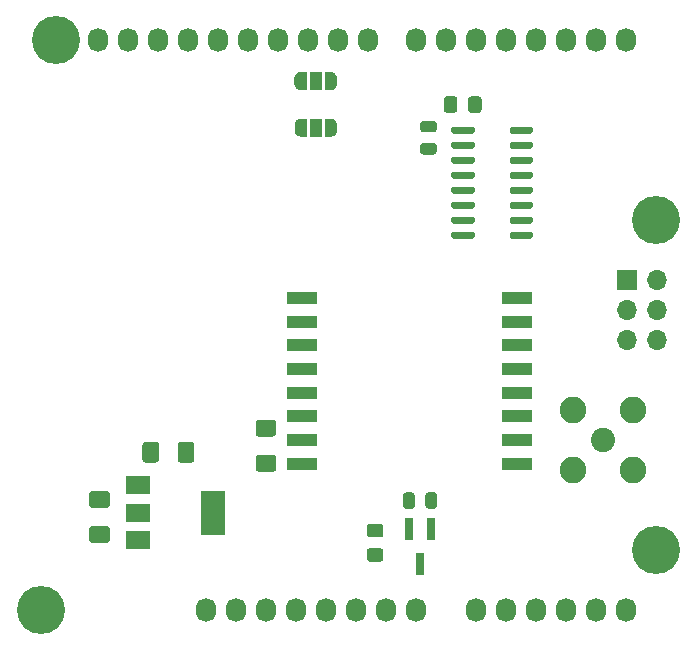
<source format=gts>
G04 #@! TF.GenerationSoftware,KiCad,Pcbnew,5.1.6-c6e7f7d~87~ubuntu18.04.1*
G04 #@! TF.CreationDate,2020-08-10T00:51:21+02:00*
G04 #@! TF.ProjectId,MyGateway,4d794761-7465-4776-9179-2e6b69636164,rev?*
G04 #@! TF.SameCoordinates,Original*
G04 #@! TF.FileFunction,Soldermask,Top*
G04 #@! TF.FilePolarity,Negative*
%FSLAX46Y46*%
G04 Gerber Fmt 4.6, Leading zero omitted, Abs format (unit mm)*
G04 Created by KiCad (PCBNEW 5.1.6-c6e7f7d~87~ubuntu18.04.1) date 2020-08-10 00:51:21*
%MOMM*%
%LPD*%
G01*
G04 APERTURE LIST*
%ADD10R,2.500000X1.000000*%
%ADD11R,0.800000X1.900000*%
%ADD12R,2.000000X1.500000*%
%ADD13R,2.000000X3.800000*%
%ADD14C,2.050000*%
%ADD15C,2.250000*%
%ADD16O,1.727200X2.032000*%
%ADD17C,4.064000*%
%ADD18R,1.700000X1.700000*%
%ADD19O,1.700000X1.700000*%
%ADD20C,0.100000*%
%ADD21R,1.000000X1.500000*%
G04 APERTURE END LIST*
G36*
G01*
X157351750Y-84335000D02*
X158264250Y-84335000D01*
G75*
G02*
X158508000Y-84578750I0J-243750D01*
G01*
X158508000Y-85066250D01*
G75*
G02*
X158264250Y-85310000I-243750J0D01*
G01*
X157351750Y-85310000D01*
G75*
G02*
X157108000Y-85066250I0J243750D01*
G01*
X157108000Y-84578750D01*
G75*
G02*
X157351750Y-84335000I243750J0D01*
G01*
G37*
G36*
G01*
X157351750Y-82460000D02*
X158264250Y-82460000D01*
G75*
G02*
X158508000Y-82703750I0J-243750D01*
G01*
X158508000Y-83191250D01*
G75*
G02*
X158264250Y-83435000I-243750J0D01*
G01*
X157351750Y-83435000D01*
G75*
G02*
X157108000Y-83191250I0J243750D01*
G01*
X157108000Y-82703750D01*
G75*
G02*
X157351750Y-82460000I243750J0D01*
G01*
G37*
G36*
G01*
X161158000Y-81525001D02*
X161158000Y-80624999D01*
G75*
G02*
X161407999Y-80375000I249999J0D01*
G01*
X162058001Y-80375000D01*
G75*
G02*
X162308000Y-80624999I0J-249999D01*
G01*
X162308000Y-81525001D01*
G75*
G02*
X162058001Y-81775000I-249999J0D01*
G01*
X161407999Y-81775000D01*
G75*
G02*
X161158000Y-81525001I0J249999D01*
G01*
G37*
G36*
G01*
X159108000Y-81525001D02*
X159108000Y-80624999D01*
G75*
G02*
X159357999Y-80375000I249999J0D01*
G01*
X160008001Y-80375000D01*
G75*
G02*
X160258000Y-80624999I0J-249999D01*
G01*
X160258000Y-81525001D01*
G75*
G02*
X160008001Y-81775000I-249999J0D01*
G01*
X159357999Y-81775000D01*
G75*
G02*
X159108000Y-81525001I0J249999D01*
G01*
G37*
G36*
G01*
X144673000Y-109180000D02*
X143423000Y-109180000D01*
G75*
G02*
X143173000Y-108930000I0J250000D01*
G01*
X143173000Y-108005000D01*
G75*
G02*
X143423000Y-107755000I250000J0D01*
G01*
X144673000Y-107755000D01*
G75*
G02*
X144923000Y-108005000I0J-250000D01*
G01*
X144923000Y-108930000D01*
G75*
G02*
X144673000Y-109180000I-250000J0D01*
G01*
G37*
G36*
G01*
X144673000Y-112155000D02*
X143423000Y-112155000D01*
G75*
G02*
X143173000Y-111905000I0J250000D01*
G01*
X143173000Y-110980000D01*
G75*
G02*
X143423000Y-110730000I250000J0D01*
G01*
X144673000Y-110730000D01*
G75*
G02*
X144923000Y-110980000I0J-250000D01*
G01*
X144923000Y-111905000D01*
G75*
G02*
X144673000Y-112155000I-250000J0D01*
G01*
G37*
G36*
G01*
X152837999Y-118622500D02*
X153738001Y-118622500D01*
G75*
G02*
X153988000Y-118872499I0J-249999D01*
G01*
X153988000Y-119522501D01*
G75*
G02*
X153738001Y-119772500I-249999J0D01*
G01*
X152837999Y-119772500D01*
G75*
G02*
X152588000Y-119522501I0J249999D01*
G01*
X152588000Y-118872499D01*
G75*
G02*
X152837999Y-118622500I249999J0D01*
G01*
G37*
G36*
G01*
X152837999Y-116572500D02*
X153738001Y-116572500D01*
G75*
G02*
X153988000Y-116822499I0J-249999D01*
G01*
X153988000Y-117472501D01*
G75*
G02*
X153738001Y-117722500I-249999J0D01*
G01*
X152837999Y-117722500D01*
G75*
G02*
X152588000Y-117472501I0J249999D01*
G01*
X152588000Y-116822499D01*
G75*
G02*
X152837999Y-116572500I249999J0D01*
G01*
G37*
D10*
X147111000Y-97466900D03*
X147111000Y-99466900D03*
X147111000Y-101466900D03*
X147111000Y-103466900D03*
X147111000Y-105466900D03*
X147111000Y-107466900D03*
X147111000Y-109466900D03*
X147111000Y-111466900D03*
X165311000Y-111466900D03*
X165311000Y-109466900D03*
X165311000Y-107466900D03*
X165311000Y-105466900D03*
X165311000Y-103466900D03*
X165311000Y-101466900D03*
X165311000Y-99466900D03*
X165311000Y-97466900D03*
D11*
X158048000Y-117005000D03*
X156148000Y-117005000D03*
X157098000Y-120005000D03*
G36*
G01*
X164708000Y-83390000D02*
X164708000Y-83090000D01*
G75*
G02*
X164858000Y-82940000I150000J0D01*
G01*
X166508000Y-82940000D01*
G75*
G02*
X166658000Y-83090000I0J-150000D01*
G01*
X166658000Y-83390000D01*
G75*
G02*
X166508000Y-83540000I-150000J0D01*
G01*
X164858000Y-83540000D01*
G75*
G02*
X164708000Y-83390000I0J150000D01*
G01*
G37*
G36*
G01*
X164708000Y-84660000D02*
X164708000Y-84360000D01*
G75*
G02*
X164858000Y-84210000I150000J0D01*
G01*
X166508000Y-84210000D01*
G75*
G02*
X166658000Y-84360000I0J-150000D01*
G01*
X166658000Y-84660000D01*
G75*
G02*
X166508000Y-84810000I-150000J0D01*
G01*
X164858000Y-84810000D01*
G75*
G02*
X164708000Y-84660000I0J150000D01*
G01*
G37*
G36*
G01*
X164708000Y-85930000D02*
X164708000Y-85630000D01*
G75*
G02*
X164858000Y-85480000I150000J0D01*
G01*
X166508000Y-85480000D01*
G75*
G02*
X166658000Y-85630000I0J-150000D01*
G01*
X166658000Y-85930000D01*
G75*
G02*
X166508000Y-86080000I-150000J0D01*
G01*
X164858000Y-86080000D01*
G75*
G02*
X164708000Y-85930000I0J150000D01*
G01*
G37*
G36*
G01*
X164708000Y-87200000D02*
X164708000Y-86900000D01*
G75*
G02*
X164858000Y-86750000I150000J0D01*
G01*
X166508000Y-86750000D01*
G75*
G02*
X166658000Y-86900000I0J-150000D01*
G01*
X166658000Y-87200000D01*
G75*
G02*
X166508000Y-87350000I-150000J0D01*
G01*
X164858000Y-87350000D01*
G75*
G02*
X164708000Y-87200000I0J150000D01*
G01*
G37*
G36*
G01*
X164708000Y-88470000D02*
X164708000Y-88170000D01*
G75*
G02*
X164858000Y-88020000I150000J0D01*
G01*
X166508000Y-88020000D01*
G75*
G02*
X166658000Y-88170000I0J-150000D01*
G01*
X166658000Y-88470000D01*
G75*
G02*
X166508000Y-88620000I-150000J0D01*
G01*
X164858000Y-88620000D01*
G75*
G02*
X164708000Y-88470000I0J150000D01*
G01*
G37*
G36*
G01*
X164708000Y-89740000D02*
X164708000Y-89440000D01*
G75*
G02*
X164858000Y-89290000I150000J0D01*
G01*
X166508000Y-89290000D01*
G75*
G02*
X166658000Y-89440000I0J-150000D01*
G01*
X166658000Y-89740000D01*
G75*
G02*
X166508000Y-89890000I-150000J0D01*
G01*
X164858000Y-89890000D01*
G75*
G02*
X164708000Y-89740000I0J150000D01*
G01*
G37*
G36*
G01*
X164708000Y-91010000D02*
X164708000Y-90710000D01*
G75*
G02*
X164858000Y-90560000I150000J0D01*
G01*
X166508000Y-90560000D01*
G75*
G02*
X166658000Y-90710000I0J-150000D01*
G01*
X166658000Y-91010000D01*
G75*
G02*
X166508000Y-91160000I-150000J0D01*
G01*
X164858000Y-91160000D01*
G75*
G02*
X164708000Y-91010000I0J150000D01*
G01*
G37*
G36*
G01*
X164708000Y-92280000D02*
X164708000Y-91980000D01*
G75*
G02*
X164858000Y-91830000I150000J0D01*
G01*
X166508000Y-91830000D01*
G75*
G02*
X166658000Y-91980000I0J-150000D01*
G01*
X166658000Y-92280000D01*
G75*
G02*
X166508000Y-92430000I-150000J0D01*
G01*
X164858000Y-92430000D01*
G75*
G02*
X164708000Y-92280000I0J150000D01*
G01*
G37*
G36*
G01*
X159758000Y-92280000D02*
X159758000Y-91980000D01*
G75*
G02*
X159908000Y-91830000I150000J0D01*
G01*
X161558000Y-91830000D01*
G75*
G02*
X161708000Y-91980000I0J-150000D01*
G01*
X161708000Y-92280000D01*
G75*
G02*
X161558000Y-92430000I-150000J0D01*
G01*
X159908000Y-92430000D01*
G75*
G02*
X159758000Y-92280000I0J150000D01*
G01*
G37*
G36*
G01*
X159758000Y-91010000D02*
X159758000Y-90710000D01*
G75*
G02*
X159908000Y-90560000I150000J0D01*
G01*
X161558000Y-90560000D01*
G75*
G02*
X161708000Y-90710000I0J-150000D01*
G01*
X161708000Y-91010000D01*
G75*
G02*
X161558000Y-91160000I-150000J0D01*
G01*
X159908000Y-91160000D01*
G75*
G02*
X159758000Y-91010000I0J150000D01*
G01*
G37*
G36*
G01*
X159758000Y-89740000D02*
X159758000Y-89440000D01*
G75*
G02*
X159908000Y-89290000I150000J0D01*
G01*
X161558000Y-89290000D01*
G75*
G02*
X161708000Y-89440000I0J-150000D01*
G01*
X161708000Y-89740000D01*
G75*
G02*
X161558000Y-89890000I-150000J0D01*
G01*
X159908000Y-89890000D01*
G75*
G02*
X159758000Y-89740000I0J150000D01*
G01*
G37*
G36*
G01*
X159758000Y-88470000D02*
X159758000Y-88170000D01*
G75*
G02*
X159908000Y-88020000I150000J0D01*
G01*
X161558000Y-88020000D01*
G75*
G02*
X161708000Y-88170000I0J-150000D01*
G01*
X161708000Y-88470000D01*
G75*
G02*
X161558000Y-88620000I-150000J0D01*
G01*
X159908000Y-88620000D01*
G75*
G02*
X159758000Y-88470000I0J150000D01*
G01*
G37*
G36*
G01*
X159758000Y-87200000D02*
X159758000Y-86900000D01*
G75*
G02*
X159908000Y-86750000I150000J0D01*
G01*
X161558000Y-86750000D01*
G75*
G02*
X161708000Y-86900000I0J-150000D01*
G01*
X161708000Y-87200000D01*
G75*
G02*
X161558000Y-87350000I-150000J0D01*
G01*
X159908000Y-87350000D01*
G75*
G02*
X159758000Y-87200000I0J150000D01*
G01*
G37*
G36*
G01*
X159758000Y-85930000D02*
X159758000Y-85630000D01*
G75*
G02*
X159908000Y-85480000I150000J0D01*
G01*
X161558000Y-85480000D01*
G75*
G02*
X161708000Y-85630000I0J-150000D01*
G01*
X161708000Y-85930000D01*
G75*
G02*
X161558000Y-86080000I-150000J0D01*
G01*
X159908000Y-86080000D01*
G75*
G02*
X159758000Y-85930000I0J150000D01*
G01*
G37*
G36*
G01*
X159758000Y-84660000D02*
X159758000Y-84360000D01*
G75*
G02*
X159908000Y-84210000I150000J0D01*
G01*
X161558000Y-84210000D01*
G75*
G02*
X161708000Y-84360000I0J-150000D01*
G01*
X161708000Y-84660000D01*
G75*
G02*
X161558000Y-84810000I-150000J0D01*
G01*
X159908000Y-84810000D01*
G75*
G02*
X159758000Y-84660000I0J150000D01*
G01*
G37*
G36*
G01*
X159758000Y-83390000D02*
X159758000Y-83090000D01*
G75*
G02*
X159908000Y-82940000I150000J0D01*
G01*
X161558000Y-82940000D01*
G75*
G02*
X161708000Y-83090000I0J-150000D01*
G01*
X161708000Y-83390000D01*
G75*
G02*
X161558000Y-83540000I-150000J0D01*
G01*
X159908000Y-83540000D01*
G75*
G02*
X159758000Y-83390000I0J150000D01*
G01*
G37*
D12*
X133228000Y-113315000D03*
X133228000Y-117915000D03*
X133228000Y-115615000D03*
D13*
X139528000Y-115615000D03*
G36*
G01*
X157548000Y-115051250D02*
X157548000Y-114138750D01*
G75*
G02*
X157791750Y-113895000I243750J0D01*
G01*
X158279250Y-113895000D01*
G75*
G02*
X158523000Y-114138750I0J-243750D01*
G01*
X158523000Y-115051250D01*
G75*
G02*
X158279250Y-115295000I-243750J0D01*
G01*
X157791750Y-115295000D01*
G75*
G02*
X157548000Y-115051250I0J243750D01*
G01*
G37*
G36*
G01*
X155673000Y-115051250D02*
X155673000Y-114138750D01*
G75*
G02*
X155916750Y-113895000I243750J0D01*
G01*
X156404250Y-113895000D01*
G75*
G02*
X156648000Y-114138750I0J-243750D01*
G01*
X156648000Y-115051250D01*
G75*
G02*
X156404250Y-115295000I-243750J0D01*
G01*
X155916750Y-115295000D01*
G75*
G02*
X155673000Y-115051250I0J243750D01*
G01*
G37*
D14*
X172598000Y-109465000D03*
D15*
X175138000Y-106925000D03*
X170058000Y-106925000D03*
X170058000Y-112005000D03*
X175138000Y-112005000D03*
G36*
G01*
X135013000Y-109880000D02*
X135013000Y-111130000D01*
G75*
G02*
X134763000Y-111380000I-250000J0D01*
G01*
X133838000Y-111380000D01*
G75*
G02*
X133588000Y-111130000I0J250000D01*
G01*
X133588000Y-109880000D01*
G75*
G02*
X133838000Y-109630000I250000J0D01*
G01*
X134763000Y-109630000D01*
G75*
G02*
X135013000Y-109880000I0J-250000D01*
G01*
G37*
G36*
G01*
X137988000Y-109880000D02*
X137988000Y-111130000D01*
G75*
G02*
X137738000Y-111380000I-250000J0D01*
G01*
X136813000Y-111380000D01*
G75*
G02*
X136563000Y-111130000I0J250000D01*
G01*
X136563000Y-109880000D01*
G75*
G02*
X136813000Y-109630000I250000J0D01*
G01*
X137738000Y-109630000D01*
G75*
G02*
X137988000Y-109880000I0J-250000D01*
G01*
G37*
G36*
G01*
X130583000Y-115220000D02*
X129333000Y-115220000D01*
G75*
G02*
X129083000Y-114970000I0J250000D01*
G01*
X129083000Y-114045000D01*
G75*
G02*
X129333000Y-113795000I250000J0D01*
G01*
X130583000Y-113795000D01*
G75*
G02*
X130833000Y-114045000I0J-250000D01*
G01*
X130833000Y-114970000D01*
G75*
G02*
X130583000Y-115220000I-250000J0D01*
G01*
G37*
G36*
G01*
X130583000Y-118195000D02*
X129333000Y-118195000D01*
G75*
G02*
X129083000Y-117945000I0J250000D01*
G01*
X129083000Y-117020000D01*
G75*
G02*
X129333000Y-116770000I250000J0D01*
G01*
X130583000Y-116770000D01*
G75*
G02*
X130833000Y-117020000I0J-250000D01*
G01*
X130833000Y-117945000D01*
G75*
G02*
X130583000Y-118195000I-250000J0D01*
G01*
G37*
D16*
X138938000Y-123825000D03*
X141478000Y-123825000D03*
X144018000Y-123825000D03*
X146558000Y-123825000D03*
X149098000Y-123825000D03*
X151638000Y-123825000D03*
X154178000Y-123825000D03*
X156718000Y-123825000D03*
X161798000Y-123825000D03*
X164338000Y-123825000D03*
X166878000Y-123825000D03*
X169418000Y-123825000D03*
X171958000Y-123825000D03*
X174498000Y-123825000D03*
X129794000Y-75565000D03*
X132334000Y-75565000D03*
X134874000Y-75565000D03*
X137414000Y-75565000D03*
X139954000Y-75565000D03*
X142494000Y-75565000D03*
X145034000Y-75565000D03*
X147574000Y-75565000D03*
X150114000Y-75565000D03*
X152654000Y-75565000D03*
X156718000Y-75565000D03*
X159258000Y-75565000D03*
X161798000Y-75565000D03*
X164338000Y-75565000D03*
X166878000Y-75565000D03*
X169418000Y-75565000D03*
X171958000Y-75565000D03*
X174498000Y-75565000D03*
D17*
X124968000Y-123825000D03*
X177038000Y-118745000D03*
X126238000Y-75565000D03*
X177038000Y-90805000D03*
D18*
X174628000Y-95885000D03*
D19*
X177168000Y-95885000D03*
X174628000Y-98425000D03*
X177168000Y-98425000D03*
X174628000Y-100965000D03*
X177168000Y-100965000D03*
D20*
G36*
X149008000Y-78325000D02*
G01*
X149558000Y-78325000D01*
X149558000Y-78325602D01*
X149582534Y-78325602D01*
X149631365Y-78330412D01*
X149679490Y-78339984D01*
X149726445Y-78354228D01*
X149771778Y-78373005D01*
X149815051Y-78396136D01*
X149855850Y-78423396D01*
X149893779Y-78454524D01*
X149928476Y-78489221D01*
X149959604Y-78527150D01*
X149986864Y-78567949D01*
X150009995Y-78611222D01*
X150028772Y-78656555D01*
X150043016Y-78703510D01*
X150052588Y-78751635D01*
X150057398Y-78800466D01*
X150057398Y-78825000D01*
X150058000Y-78825000D01*
X150058000Y-79325000D01*
X150057398Y-79325000D01*
X150057398Y-79349534D01*
X150052588Y-79398365D01*
X150043016Y-79446490D01*
X150028772Y-79493445D01*
X150009995Y-79538778D01*
X149986864Y-79582051D01*
X149959604Y-79622850D01*
X149928476Y-79660779D01*
X149893779Y-79695476D01*
X149855850Y-79726604D01*
X149815051Y-79753864D01*
X149771778Y-79776995D01*
X149726445Y-79795772D01*
X149679490Y-79810016D01*
X149631365Y-79819588D01*
X149582534Y-79824398D01*
X149558000Y-79824398D01*
X149558000Y-79825000D01*
X149008000Y-79825000D01*
X149008000Y-78325000D01*
G37*
G36*
X146958000Y-79824398D02*
G01*
X146933466Y-79824398D01*
X146884635Y-79819588D01*
X146836510Y-79810016D01*
X146789555Y-79795772D01*
X146744222Y-79776995D01*
X146700949Y-79753864D01*
X146660150Y-79726604D01*
X146622221Y-79695476D01*
X146587524Y-79660779D01*
X146556396Y-79622850D01*
X146529136Y-79582051D01*
X146506005Y-79538778D01*
X146487228Y-79493445D01*
X146472984Y-79446490D01*
X146463412Y-79398365D01*
X146458602Y-79349534D01*
X146458602Y-79325000D01*
X146458000Y-79325000D01*
X146458000Y-78825000D01*
X146458602Y-78825000D01*
X146458602Y-78800466D01*
X146463412Y-78751635D01*
X146472984Y-78703510D01*
X146487228Y-78656555D01*
X146506005Y-78611222D01*
X146529136Y-78567949D01*
X146556396Y-78527150D01*
X146587524Y-78489221D01*
X146622221Y-78454524D01*
X146660150Y-78423396D01*
X146700949Y-78396136D01*
X146744222Y-78373005D01*
X146789555Y-78354228D01*
X146836510Y-78339984D01*
X146884635Y-78330412D01*
X146933466Y-78325602D01*
X146958000Y-78325602D01*
X146958000Y-78325000D01*
X147508000Y-78325000D01*
X147508000Y-79825000D01*
X146958000Y-79825000D01*
X146958000Y-79824398D01*
G37*
D21*
X148258000Y-79075000D03*
X148268000Y-83025000D03*
D20*
G36*
X146968000Y-83774398D02*
G01*
X146943466Y-83774398D01*
X146894635Y-83769588D01*
X146846510Y-83760016D01*
X146799555Y-83745772D01*
X146754222Y-83726995D01*
X146710949Y-83703864D01*
X146670150Y-83676604D01*
X146632221Y-83645476D01*
X146597524Y-83610779D01*
X146566396Y-83572850D01*
X146539136Y-83532051D01*
X146516005Y-83488778D01*
X146497228Y-83443445D01*
X146482984Y-83396490D01*
X146473412Y-83348365D01*
X146468602Y-83299534D01*
X146468602Y-83275000D01*
X146468000Y-83275000D01*
X146468000Y-82775000D01*
X146468602Y-82775000D01*
X146468602Y-82750466D01*
X146473412Y-82701635D01*
X146482984Y-82653510D01*
X146497228Y-82606555D01*
X146516005Y-82561222D01*
X146539136Y-82517949D01*
X146566396Y-82477150D01*
X146597524Y-82439221D01*
X146632221Y-82404524D01*
X146670150Y-82373396D01*
X146710949Y-82346136D01*
X146754222Y-82323005D01*
X146799555Y-82304228D01*
X146846510Y-82289984D01*
X146894635Y-82280412D01*
X146943466Y-82275602D01*
X146968000Y-82275602D01*
X146968000Y-82275000D01*
X147518000Y-82275000D01*
X147518000Y-83775000D01*
X146968000Y-83775000D01*
X146968000Y-83774398D01*
G37*
G36*
X149018000Y-82275000D02*
G01*
X149568000Y-82275000D01*
X149568000Y-82275602D01*
X149592534Y-82275602D01*
X149641365Y-82280412D01*
X149689490Y-82289984D01*
X149736445Y-82304228D01*
X149781778Y-82323005D01*
X149825051Y-82346136D01*
X149865850Y-82373396D01*
X149903779Y-82404524D01*
X149938476Y-82439221D01*
X149969604Y-82477150D01*
X149996864Y-82517949D01*
X150019995Y-82561222D01*
X150038772Y-82606555D01*
X150053016Y-82653510D01*
X150062588Y-82701635D01*
X150067398Y-82750466D01*
X150067398Y-82775000D01*
X150068000Y-82775000D01*
X150068000Y-83275000D01*
X150067398Y-83275000D01*
X150067398Y-83299534D01*
X150062588Y-83348365D01*
X150053016Y-83396490D01*
X150038772Y-83443445D01*
X150019995Y-83488778D01*
X149996864Y-83532051D01*
X149969604Y-83572850D01*
X149938476Y-83610779D01*
X149903779Y-83645476D01*
X149865850Y-83676604D01*
X149825051Y-83703864D01*
X149781778Y-83726995D01*
X149736445Y-83745772D01*
X149689490Y-83760016D01*
X149641365Y-83769588D01*
X149592534Y-83774398D01*
X149568000Y-83774398D01*
X149568000Y-83775000D01*
X149018000Y-83775000D01*
X149018000Y-82275000D01*
G37*
M02*

</source>
